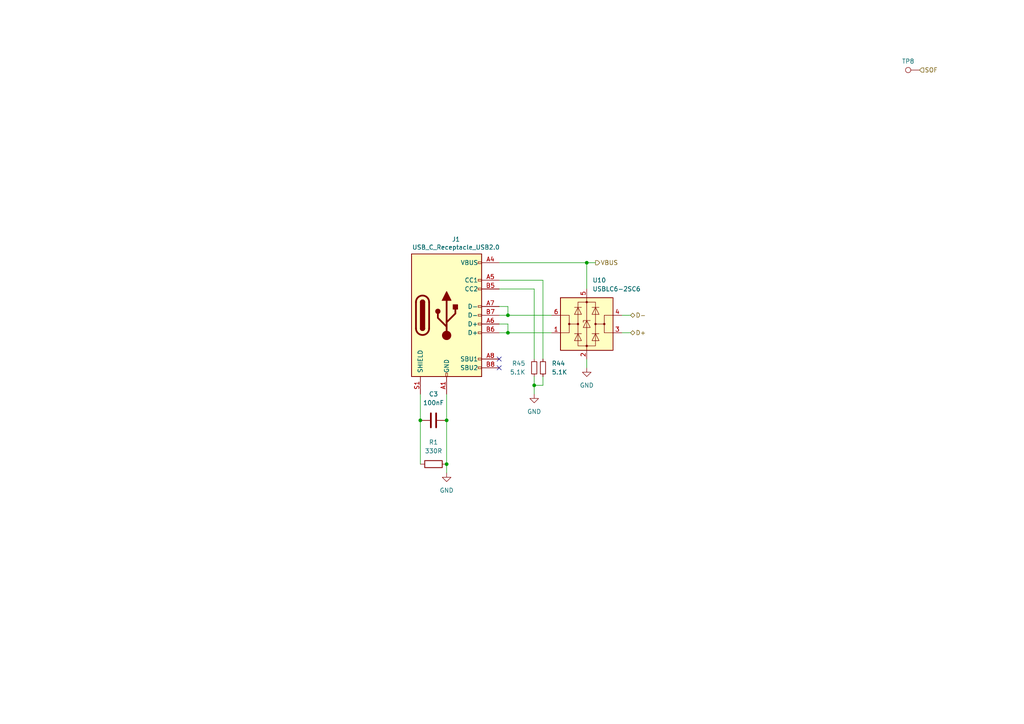
<source format=kicad_sch>
(kicad_sch (version 20230121) (generator eeschema)
  (paper "A4")
  (lib_symbols
    (symbol "Connector:TestPoint" (pin_numbers hide) (pin_names (offset 0.762) hide)
      (property "Reference" "TP" (at 0 6.858 0))
      (property "Value" "TestPoint" (at 0 5.08 0))
      (symbol "TestPoint_0_1"
        (circle (center 0 3.302) (radius 0.762))
      )
      (symbol "TestPoint_1_1"
        (pin passive line (at 0 0 90) (length 2.54) (name "1") (number "1"))
      )
    )
    (symbol "Connector:USB_C_Receptacle_USB2.0" (pin_names (offset 1.016))
      (property "Reference" "J" (at -10.16 19.05 0))
      (property "Value" "USB_C_Receptacle_USB2.0" (at 19.05 19.05 0))
      (symbol "USB_C_Receptacle_USB2.0_0_0"
        (rectangle (start -0.254 -17.78) (end 0.254 -16.764))
        (rectangle (start 10.16 -14.986) (end 9.144 -15.494))
        (rectangle (start 10.16 -12.446) (end 9.144 -12.954))
        (rectangle (start 10.16 -4.826) (end 9.144 -5.334))
        (rectangle (start 10.16 -2.286) (end 9.144 -2.794))
        (rectangle (start 10.16 0.254) (end 9.144 -0.254))
        (rectangle (start 10.16 2.794) (end 9.144 2.286))
        (rectangle (start 10.16 7.874) (end 9.144 7.366))
        (rectangle (start 10.16 10.414) (end 9.144 9.906))
        (rectangle (start 10.16 15.494) (end 9.144 14.986))
      )
      (symbol "USB_C_Receptacle_USB2.0_0_1"
        (rectangle (start -10.16 17.78) (end 10.16 -17.78) (stroke (width 0.254)) (fill (type background)))
        (arc (start -8.89 -3.81) (mid -6.985 -5.7067) (end -5.08 -3.81) (stroke (width 0.508)))
        (arc (start -7.62 -3.81) (mid -6.985 -4.4423) (end -6.35 -3.81) (stroke (width 0.254)))
        (arc (start -7.62 -3.81) (mid -6.985 -4.4423) (end -6.35 -3.81) (stroke (width 0.254)) (fill (type outline)))
        (rectangle (start -7.62 -3.81) (end -6.35 3.81) (stroke (width 0.254)) (fill (type outline)))
        (arc (start -6.35 3.81) (mid -6.985 4.4423) (end -7.62 3.81) (stroke (width 0.254)))
        (arc (start -6.35 3.81) (mid -6.985 4.4423) (end -7.62 3.81) (stroke (width 0.254)) (fill (type outline)))
        (arc (start -5.08 3.81) (mid -6.985 5.7067) (end -8.89 3.81) (stroke (width 0.508)))
        (circle (center -2.54 1.143) (radius 0.635) (stroke (width 0.254)) (fill (type outline)))
        (circle (center 0 -5.842) (radius 1.27) (fill (type outline)))
        (polyline (pts (xy -8.89 -3.81) (xy -8.89 3.81)) (stroke (width 0.508)))
        (polyline (pts (xy -5.08 3.81) (xy -5.08 -3.81)) (stroke (width 0.508)))
        (polyline (pts (xy 0 -5.842) (xy 0 4.318)) (stroke (width 0.508)))
        (polyline (pts (xy 0 -3.302) (xy -2.54 -0.762) (xy -2.54 0.508)) (stroke (width 0.508)))
        (polyline (pts (xy 0 -2.032) (xy 2.54 0.508) (xy 2.54 1.778)) (stroke (width 0.508)))
        (polyline (pts (xy -1.27 4.318) (xy 0 6.858) (xy 1.27 4.318) (xy -1.27 4.318)) (stroke (width 0.254)) (fill (type outline)))
        (rectangle (start 1.905 1.778) (end 3.175 3.048) (stroke (width 0.254)) (fill (type outline)))
      )
      (symbol "USB_C_Receptacle_USB2.0_1_1"
        (pin passive line (at 0 -22.86 90) (length 5.08) (name "GND") (number "A1"))
        (pin passive line (at 0 -22.86 90) (length 5.08) hide (name "GND") (number "A12"))
        (pin passive line (at 15.24 15.24 180) (length 5.08) (name "VBUS") (number "A4"))
        (pin bidirectional line (at 15.24 10.16 180) (length 5.08) (name "CC1") (number "A5"))
        (pin bidirectional line (at 15.24 -2.54 180) (length 5.08) (name "D+") (number "A6"))
        (pin bidirectional line (at 15.24 2.54 180) (length 5.08) (name "D-") (number "A7"))
        (pin bidirectional line (at 15.24 -12.7 180) (length 5.08) (name "SBU1") (number "A8"))
        (pin passive line (at 15.24 15.24 180) (length 5.08) hide (name "VBUS") (number "A9"))
        (pin passive line (at 0 -22.86 90) (length 5.08) hide (name "GND") (number "B1"))
        (pin passive line (at 0 -22.86 90) (length 5.08) hide (name "GND") (number "B12"))
        (pin passive line (at 15.24 15.24 180) (length 5.08) hide (name "VBUS") (number "B4"))
        (pin bidirectional line (at 15.24 7.62 180) (length 5.08) (name "CC2") (number "B5"))
        (pin bidirectional line (at 15.24 -5.08 180) (length 5.08) (name "D+") (number "B6"))
        (pin bidirectional line (at 15.24 0 180) (length 5.08) (name "D-") (number "B7"))
        (pin bidirectional line (at 15.24 -15.24 180) (length 5.08) (name "SBU2") (number "B8"))
        (pin passive line (at 15.24 15.24 180) (length 5.08) hide (name "VBUS") (number "B9"))
        (pin passive line (at -7.62 -22.86 90) (length 5.08) (name "SHIELD") (number "S1"))
      )
    )
    (symbol "Device:C" (pin_numbers hide) (pin_names (offset 0.254))
      (property "Reference" "C" (at 0.635 2.54 0))
      (property "Value" "C" (at 0.635 -2.54 0))
      (symbol "C_0_1"
        (polyline (pts (xy -2.032 -0.762) (xy 2.032 -0.762)) (stroke (width 0.508)))
        (polyline (pts (xy -2.032 0.762) (xy 2.032 0.762)) (stroke (width 0.508)))
      )
      (symbol "C_1_1"
        (pin passive line (at 0 3.81 270) (length 2.794) (name "~") (number "1"))
        (pin passive line (at 0 -3.81 90) (length 2.794) (name "~") (number "2"))
      )
    )
    (symbol "Device:R" (pin_numbers hide) (pin_names (offset 0))
      (property "Reference" "R" (at 2.032 0 90))
      (property "Value" "R" (at 0 0 90))
      (symbol "R_0_1"
        (rectangle (start -1.016 -2.54) (end 1.016 2.54) (stroke (width 0.254)))
      )
      (symbol "R_1_1"
        (pin passive line (at 0 3.81 270) (length 1.27) (name "~") (number "1"))
        (pin passive line (at 0 -3.81 90) (length 1.27) (name "~") (number "2"))
      )
    )
    (symbol "Device:R_Small" (pin_numbers hide) (pin_names (offset 0.254) hide)
      (property "Reference" "R" (at 0.762 0.508 0))
      (property "Value" "R_Small" (at 0.762 -1.016 0))
      (symbol "R_Small_0_1"
        (rectangle (start -0.762 1.778) (end 0.762 -1.778) (stroke (width 0.2032)))
      )
      (symbol "R_Small_1_1"
        (pin passive line (at 0 2.54 270) (length 0.762) (name "~") (number "1"))
        (pin passive line (at 0 -2.54 90) (length 0.762) (name "~") (number "2"))
      )
    )
    (symbol "GND_1" (power) (pin_names (offset 0))
      (property "Value" "GND_1" (at 0 -3.81 0))
      (symbol "GND_1_0_1"
        (polyline (pts (xy 0 0) (xy 0 -1.27) (xy 1.27 -1.27) (xy 0 -2.54) (xy -1.27 -1.27) (xy 0 -1.27)))
      )
      (symbol "GND_1_1_1"
        (pin power_in line (at 0 0 270) (length 0) hide (name "GND") (number "1"))
      )
    )
    (symbol "Power_Protection:USBLC6-2SC6" (pin_names hide)
      (property "Reference" "U" (at 2.54 8.89 0))
      (property "Value" "USBLC6-2SC6" (at 2.54 -8.89 0))
      (symbol "USBLC6-2SC6_0_1"
        (rectangle (start -7.62 -7.62) (end 7.62 7.62) (stroke (width 0.254)) (fill (type background)))
        (circle (center -5.08 0) (radius 0.254) (fill (type outline)))
        (circle (center -2.54 0) (radius 0.254) (fill (type outline)))
        (rectangle (start -2.54 6.35) (end 2.54 -6.35))
        (circle (center 0 -6.35) (radius 0.254) (fill (type outline)))
        (polyline (pts (xy -5.08 -2.54) (xy -7.62 -2.54)))
        (polyline (pts (xy -5.08 0) (xy -5.08 -2.54)))
        (polyline (pts (xy -5.08 2.54) (xy -7.62 2.54)))
        (polyline (pts (xy -1.524 -2.794) (xy -3.556 -2.794)))
        (polyline (pts (xy -1.524 4.826) (xy -3.556 4.826)))
        (polyline (pts (xy 0 -7.62) (xy 0 -6.35)))
        (polyline (pts (xy 0 -6.35) (xy 0 1.27)))
        (polyline (pts (xy 0 1.27) (xy 0 6.35)))
        (polyline (pts (xy 0 6.35) (xy 0 7.62)))
        (polyline (pts (xy 1.524 -2.794) (xy 3.556 -2.794)))
        (polyline (pts (xy 1.524 4.826) (xy 3.556 4.826)))
        (polyline (pts (xy 5.08 -2.54) (xy 7.62 -2.54)))
        (polyline (pts (xy 5.08 0) (xy 5.08 -2.54)))
        (polyline (pts (xy 5.08 2.54) (xy 7.62 2.54)))
        (polyline (pts (xy -2.54 0) (xy -5.08 0) (xy -5.08 2.54)))
        (polyline (pts (xy 2.54 0) (xy 5.08 0) (xy 5.08 2.54)))
        (polyline (pts (xy -3.556 -4.826) (xy -1.524 -4.826) (xy -2.54 -2.794) (xy -3.556 -4.826)))
        (polyline (pts (xy -3.556 2.794) (xy -1.524 2.794) (xy -2.54 4.826) (xy -3.556 2.794)))
        (polyline (pts (xy -1.016 -1.016) (xy 1.016 -1.016) (xy 0 1.016) (xy -1.016 -1.016)))
        (polyline (pts (xy 1.016 1.016) (xy 0.762 1.016) (xy -1.016 1.016) (xy -1.016 0.508)))
        (polyline (pts (xy 3.556 -4.826) (xy 1.524 -4.826) (xy 2.54 -2.794) (xy 3.556 -4.826)))
        (polyline (pts (xy 3.556 2.794) (xy 1.524 2.794) (xy 2.54 4.826) (xy 3.556 2.794)))
        (circle (center 0 6.35) (radius 0.254) (fill (type outline)))
        (circle (center 2.54 0) (radius 0.254) (fill (type outline)))
        (circle (center 5.08 0) (radius 0.254) (fill (type outline)))
      )
      (symbol "USBLC6-2SC6_1_1"
        (pin passive line (at -10.16 -2.54 0) (length 2.54) (name "I/O1") (number "1"))
        (pin passive line (at 0 -10.16 90) (length 2.54) (name "GND") (number "2"))
        (pin passive line (at 10.16 -2.54 180) (length 2.54) (name "I/O2") (number "3"))
        (pin passive line (at 10.16 2.54 180) (length 2.54) (name "I/O2") (number "4"))
        (pin passive line (at 0 10.16 270) (length 2.54) (name "VBUS") (number "5"))
        (pin passive line (at -10.16 2.54 0) (length 2.54) (name "I/O1") (number "6"))
      )
    )
    (symbol "power:GND" (power) (pin_names (offset 0))
      (property "Value" "GND" (at 0 -3.81 0))
      (symbol "GND_0_1"
        (polyline (pts (xy 0 0) (xy 0 -1.27) (xy 1.27 -1.27) (xy 0 -2.54) (xy -1.27 -1.27) (xy 0 -1.27)))
      )
      (symbol "GND_1_1"
        (pin power_in line (at 0 0 270) (length 0) hide (name "GND") (number "1"))
      )
    )
  )
  (junction (at 147.32 96.52))
  (junction (at 154.94 111.76))
  (junction (at 147.32 91.44))
  (junction (at 129.54 134.62))
  (junction (at 129.54 121.92))
  (junction (at 170.18 76.2))
  (junction (at 121.92 121.92))
  (no_connect (at 144.78 104.14))
  (no_connect (at 144.78 106.68))
  (wire (pts (xy 170.18 104.14) (xy 170.18 106.68)))
  (wire (pts (xy 121.92 121.92) (xy 121.92 134.62)))
  (wire (pts (xy 157.48 109.22) (xy 157.48 111.76)))
  (wire (pts (xy 129.54 114.3) (xy 129.54 121.92)))
  (wire (pts (xy 157.48 81.28) (xy 144.78 81.28)))
  (wire (pts (xy 129.54 121.92) (xy 129.54 134.62)))
  (wire (pts (xy 144.78 96.52) (xy 147.32 96.52)))
  (wire (pts (xy 154.94 114.3) (xy 154.94 111.76)))
  (wire (pts (xy 147.32 91.44) (xy 160.02 91.44)))
  (wire (pts (xy 154.94 109.22) (xy 154.94 111.76)))
  (wire (pts (xy 157.48 104.14) (xy 157.48 81.28)))
  (wire (pts (xy 144.78 91.44) (xy 147.32 91.44)))
  (wire (pts (xy 170.18 76.2) (xy 172.72 76.2)))
  (wire (pts (xy 180.34 96.52) (xy 182.88 96.52)))
  (wire (pts (xy 154.94 83.82) (xy 144.78 83.82)))
  (wire (pts (xy 147.32 91.44) (xy 147.32 88.9)))
  (wire (pts (xy 147.32 96.52) (xy 147.32 93.98)))
  (wire (pts (xy 147.32 96.52) (xy 160.02 96.52)))
  (wire (pts (xy 180.34 91.44) (xy 182.88 91.44)))
  (wire (pts (xy 121.92 114.3) (xy 121.92 121.92)))
  (wire (pts (xy 170.18 76.2) (xy 170.18 83.82)))
  (wire (pts (xy 154.94 104.14) (xy 154.94 83.82)))
  (wire (pts (xy 144.78 93.98) (xy 147.32 93.98)))
  (wire (pts (xy 144.78 88.9) (xy 147.32 88.9)))
  (wire (pts (xy 129.54 134.62) (xy 129.54 137.16)))
  (wire (pts (xy 144.78 76.2) (xy 170.18 76.2)))
  (wire (pts (xy 154.94 111.76) (xy 157.48 111.76)))
  (hierarchical_label "SOF" (shape input) (at 266.7 20.32 0))
  (hierarchical_label "VBUS" (shape output) (at 172.72 76.2 0))
  (hierarchical_label "D-" (shape bidirectional) (at 182.88 91.44 0))
  (hierarchical_label "D+" (shape bidirectional) (at 182.88 96.52 0))
  (symbol (lib_id "Device:R_Small") (at 154.94 106.68 0) (mirror x) (unit 1)
    (property "Reference" "R45" (at 152.4 105.41 0) (effects (justify right)))
    (property "Value" "5.1K" (at 152.4 107.95 0) (effects (justify right)))
  )
  (symbol (lib_id "Device:C") (at 125.73 121.92 270) (unit 1)
    (property "Reference" "C3" (at 125.73 114.3 90))
    (property "Value" "100nF" (at 125.73 116.84 90))
    (instances (project "MUXUS" (path "" (reference "C3") (unit 1))) (project "Avionus_Flight_Controller" (path "" (reference "C24") (unit 1))))
  )
  (symbol (lib_id "power:GND") (at 129.54 137.16 0) (unit 1)
    (property "Reference" "#PWR031" (effects hide))
    (property "Value" "GND" (at 129.54 142.24 0))
  )
  (symbol (lib_id "Device:R_Small") (at 157.48 106.68 180) (unit 1)
    (property "Reference" "R44" (at 160.02 105.41 0) (effects (justify right)))
    (property "Value" "5.1K" (at 160.02 107.95 0) (effects (justify right)))
  )
  (symbol (lib_id "Power_Protection:USBLC6-2SC6") (at 170.18 93.98 0) (unit 1)
    (property "Reference" "U10" (at 171.8311 81.28 0) (effects (justify left)))
    (property "Value" "USBLC6-2SC6" (at 171.8311 83.82 0) (effects (justify left)))
    (property "Footprint" "Package_TO_SOT_SMD:SOT-23-6" (effects hide))
    (property "Datasheet" "https://www.st.com/resource/en/datasheet/usblc6-2.pdf" (effects hide))
  )
  (symbol (lib_id "Connector:TestPoint") (at 266.7 20.32 90) (unit 1)
    (property "Reference" "TP8" (at 263.398 17.78 90))
  )
  (symbol (lib_id "Device:R") (at 125.73 134.62 270) (unit 1)
    (property "Reference" "R1" (at 125.73 128.27 90))
    (property "Value" "330R" (at 125.73 130.81 90))
    (property "Footprint" "Resistor_SMD:R_0805_2012Metric" (effects hide))
    (instances (project "MUXUS" (path "" (reference "R1") (unit 1))) (project "Avionus_Flight_Controller" (path "" (reference "R43") (unit 1))))
  )
  (symbol (lib_id "Connector:USB_C_Receptacle_USB2.0") (at 129.54 91.44 0) (unit 1)
    (property "Reference" "J1" (at 132.2578 69.4182 0))
    (property "Value" "USB_C_Receptacle_USB2.0" (at 132.2578 71.7296 0))
    (property "Footprint" "leptunKicadLib:USB4110-GF-A" (effects hide))
    (property "Datasheet" "https://www.usb.org/sites/default/files/documents/usb_type-c.zip" (effects hide))
    (instances (project "MUXUS" (path "" (reference "J1") (unit 1))) (project "Avionus_Flight_Controller" (path "" (reference "J16") (unit 1))))
  )
  (symbol (lib_name "GND_1") (lib_id "power:GND") (at 170.18 106.68 0) (unit 1)
    (property "Reference" "#PWR032" (effects hide))
    (property "Value" "GND" (at 170.18 111.76 0))
  )
  (symbol (lib_name "GND_1") (lib_id "power:GND") (at 154.94 114.3 0) (unit 1)
    (property "Reference" "#PWR033" (effects hide))
    (property "Value" "GND" (at 154.94 119.38 0))
  )
)
</source>
